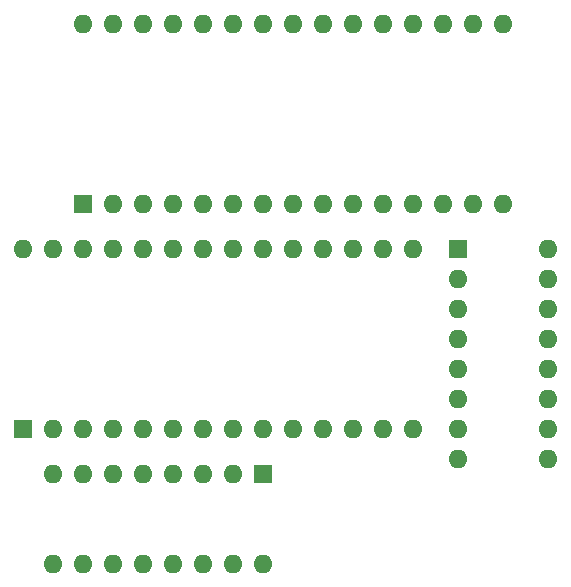
<source format=gbr>
%TF.GenerationSoftware,KiCad,Pcbnew,(5.1.7)-1*%
%TF.CreationDate,2020-10-12T01:03:24+02:00*%
%TF.ProjectId,16bitComputer,31366269-7443-46f6-9d70-757465722e6b,rev?*%
%TF.SameCoordinates,Original*%
%TF.FileFunction,Soldermask,Top*%
%TF.FilePolarity,Negative*%
%FSLAX46Y46*%
G04 Gerber Fmt 4.6, Leading zero omitted, Abs format (unit mm)*
G04 Created by KiCad (PCBNEW (5.1.7)-1) date 2020-10-12 01:03:24*
%MOMM*%
%LPD*%
G01*
G04 APERTURE LIST*
%ADD10R,1.600000X1.600000*%
%ADD11O,1.600000X1.600000*%
G04 APERTURE END LIST*
D10*
%TO.C,U3*%
X118110000Y-101600000D03*
D11*
X151130000Y-86360000D03*
X120650000Y-101600000D03*
X148590000Y-86360000D03*
X123190000Y-101600000D03*
X146050000Y-86360000D03*
X125730000Y-101600000D03*
X143510000Y-86360000D03*
X128270000Y-101600000D03*
X140970000Y-86360000D03*
X130810000Y-101600000D03*
X138430000Y-86360000D03*
X133350000Y-101600000D03*
X135890000Y-86360000D03*
X135890000Y-101600000D03*
X133350000Y-86360000D03*
X138430000Y-101600000D03*
X130810000Y-86360000D03*
X140970000Y-101600000D03*
X128270000Y-86360000D03*
X143510000Y-101600000D03*
X125730000Y-86360000D03*
X146050000Y-101600000D03*
X123190000Y-86360000D03*
X148590000Y-101600000D03*
X120650000Y-86360000D03*
X151130000Y-101600000D03*
X118110000Y-86360000D03*
%TD*%
D10*
%TO.C,U2*%
X154940000Y-86360000D03*
D11*
X162560000Y-104140000D03*
X154940000Y-88900000D03*
X162560000Y-101600000D03*
X154940000Y-91440000D03*
X162560000Y-99060000D03*
X154940000Y-93980000D03*
X162560000Y-96520000D03*
X154940000Y-96520000D03*
X162560000Y-93980000D03*
X154940000Y-99060000D03*
X162560000Y-91440000D03*
X154940000Y-101600000D03*
X162560000Y-88900000D03*
X154940000Y-104140000D03*
X162560000Y-86360000D03*
%TD*%
D10*
%TO.C,U1*%
X138430000Y-105410000D03*
D11*
X120650000Y-113030000D03*
X135890000Y-105410000D03*
X123190000Y-113030000D03*
X133350000Y-105410000D03*
X125730000Y-113030000D03*
X130810000Y-105410000D03*
X128270000Y-113030000D03*
X128270000Y-105410000D03*
X130810000Y-113030000D03*
X125730000Y-105410000D03*
X133350000Y-113030000D03*
X123190000Y-105410000D03*
X135890000Y-113030000D03*
X120650000Y-105410000D03*
X138430000Y-113030000D03*
%TD*%
D10*
%TO.C,A1*%
X123190000Y-82550000D03*
D11*
X156210000Y-67310000D03*
X125730000Y-82550000D03*
X153670000Y-67310000D03*
X128270000Y-82550000D03*
X151130000Y-67310000D03*
X130810000Y-82550000D03*
X148590000Y-67310000D03*
X133350000Y-82550000D03*
X146050000Y-67310000D03*
X135890000Y-82550000D03*
X143510000Y-67310000D03*
X138430000Y-82550000D03*
X140970000Y-67310000D03*
X140970000Y-82550000D03*
X138430000Y-67310000D03*
X143510000Y-82550000D03*
X135890000Y-67310000D03*
X146050000Y-82550000D03*
X133350000Y-67310000D03*
X148590000Y-82550000D03*
X130810000Y-67310000D03*
X151130000Y-82550000D03*
X128270000Y-67310000D03*
X153670000Y-82550000D03*
X125730000Y-67310000D03*
X156210000Y-82550000D03*
X123190000Y-67310000D03*
X158750000Y-82550000D03*
X158750000Y-67310000D03*
%TD*%
M02*

</source>
